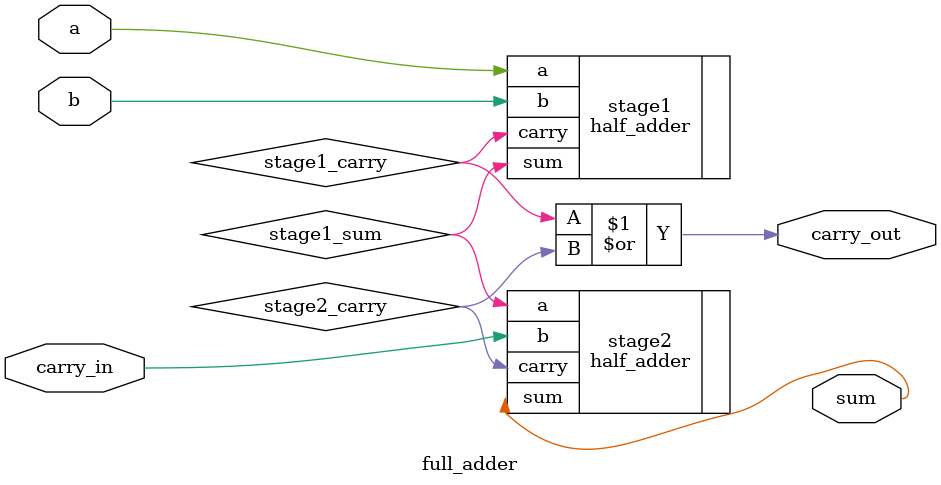
<source format=v>
`timescale 1ns/1ns

module full_adder
	(
		input a,
		input b,
		input carry_in,
		
		output sum,
		output carry_out
	);
	
	// internal signals
	wire stage1_sum;
	wire stage1_carry;
	wire stage2_carry;
	
	half_adder stage1
	(
		.a(a),
		.b(b),
		.sum(stage1_sum),
		.carry(stage1_carry)
	);
	
	half_adder stage2
	(
		.a(stage1_sum),
		.b(carry_in), 
		.sum(sum),
		.carry(stage2_carry)
	);
	
	or(carry_out, stage1_carry, stage2_carry);
	
endmodule
</source>
